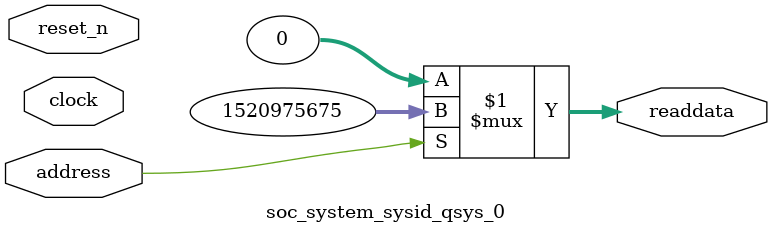
<source format=v>



// synthesis translate_off
`timescale 1ns / 1ps
// synthesis translate_on

// turn off superfluous verilog processor warnings 
// altera message_level Level1 
// altera message_off 10034 10035 10036 10037 10230 10240 10030 

module soc_system_sysid_qsys_0 (
               // inputs:
                address,
                clock,
                reset_n,

               // outputs:
                readdata
             )
;

  output  [ 31: 0] readdata;
  input            address;
  input            clock;
  input            reset_n;

  wire    [ 31: 0] readdata;
  //control_slave, which is an e_avalon_slave
  assign readdata = address ? 1520975675 : 0;

endmodule



</source>
